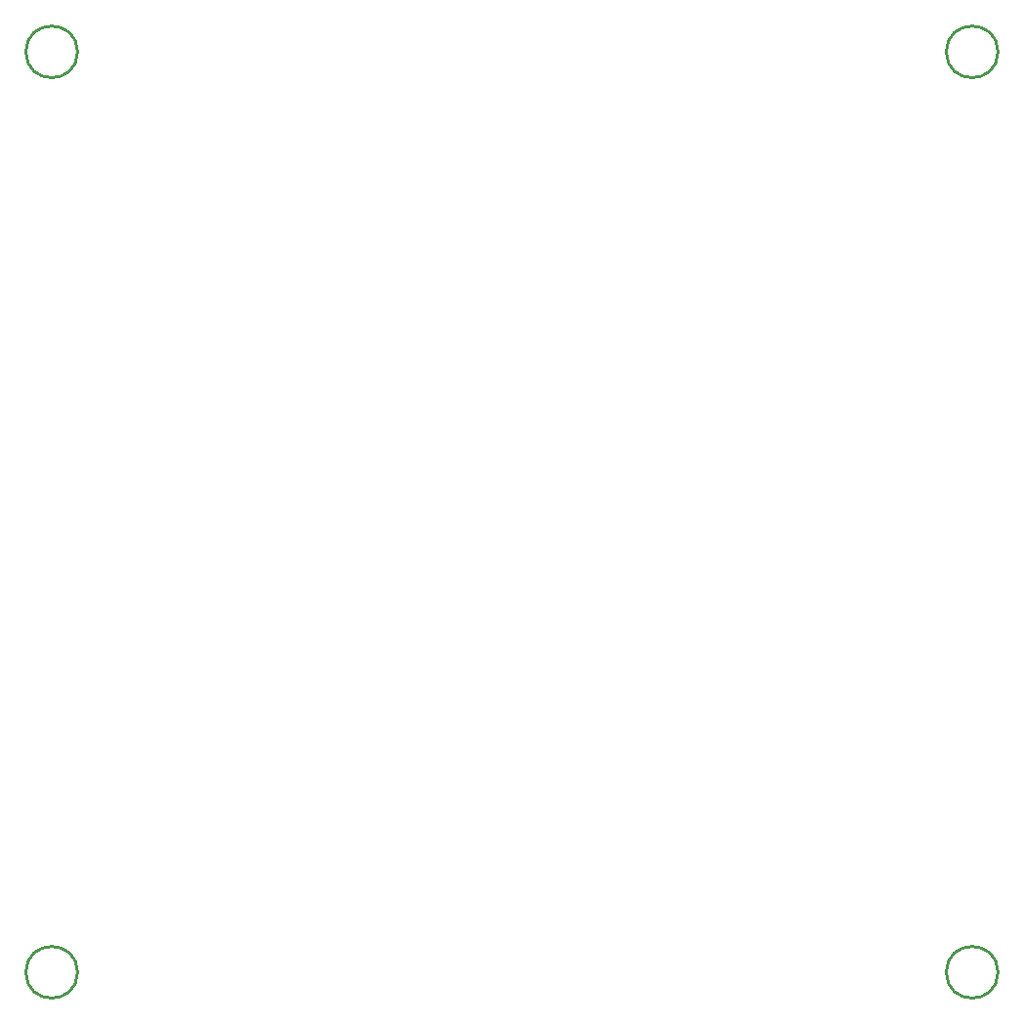
<source format=gko>
G04*
G04 #@! TF.GenerationSoftware,Altium Limited,Altium Designer,24.9.1 (31)*
G04*
G04 Layer_Color=16711935*
%FSLAX25Y25*%
%MOIN*%
G70*
G04*
G04 #@! TF.SameCoordinates,8C3E2955-48CA-471D-9453-E4D1A35B8BF5*
G04*
G04*
G04 #@! TF.FilePolarity,Positive*
G04*
G01*
G75*
%ADD12C,0.01000*%
D12*
X28819Y20000D02*
G03*
X28819Y20000I-8819J0D01*
G01*
X342819D02*
G03*
X342819Y20000I-8819J0D01*
G01*
Y334000D02*
G03*
X342819Y334000I-8819J0D01*
G01*
X28819D02*
G03*
X28819Y334000I-8819J0D01*
G01*
M02*

</source>
